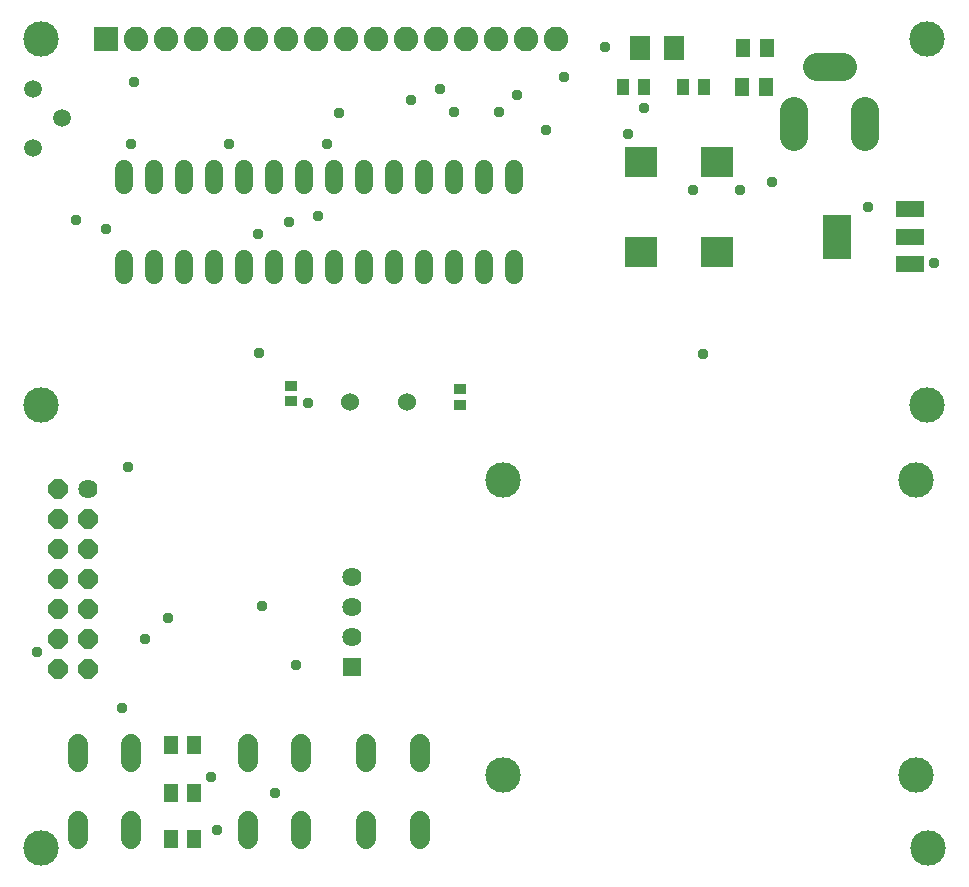
<source format=gbr>
G04 EAGLE Gerber RS-274X export*
G75*
%MOMM*%
%FSLAX34Y34*%
%LPD*%
%INSoldermask Top*%
%IPPOS*%
%AMOC8*
5,1,8,0,0,1.08239X$1,22.5*%
G01*
%ADD10C,3.003200*%
%ADD11R,2.803200X2.603200*%
%ADD12R,1.003200X1.403200*%
%ADD13C,1.524000*%
%ADD14R,2.082800X2.082800*%
%ADD15C,2.082800*%
%ADD16R,1.803200X2.006200*%
%ADD17C,1.524000*%
%ADD18R,1.303200X1.603200*%
%ADD19C,1.727200*%
%ADD20R,2.438400X1.422400*%
%ADD21R,2.403200X3.803200*%
%ADD22C,1.511200*%
%ADD23C,1.625600*%
%ADD24P,1.759533X8X292.500000*%
%ADD25R,1.103200X0.903200*%
%ADD26C,2.387600*%
%ADD27R,1.625600X1.625600*%
%ADD28C,0.959600*%


D10*
X222000Y92000D03*
X973000Y92000D03*
D11*
X730000Y673100D03*
X794000Y673100D03*
D12*
X732900Y736600D03*
X714900Y736600D03*
X765700Y736600D03*
X783700Y736600D03*
D11*
X794000Y596900D03*
X730000Y596900D03*
D13*
X292100Y590804D02*
X292100Y577596D01*
X317500Y577596D02*
X317500Y590804D01*
X342900Y590804D02*
X342900Y577596D01*
X368300Y577596D02*
X368300Y590804D01*
X393700Y590804D02*
X393700Y577596D01*
X419100Y577596D02*
X419100Y590804D01*
X444500Y590804D02*
X444500Y577596D01*
X469900Y577596D02*
X469900Y590804D01*
X495300Y590804D02*
X495300Y577596D01*
X520700Y577596D02*
X520700Y590804D01*
X546100Y590804D02*
X546100Y577596D01*
X571500Y577596D02*
X571500Y590804D01*
X596900Y590804D02*
X596900Y577596D01*
X622300Y577596D02*
X622300Y590804D01*
X622300Y653796D02*
X622300Y667004D01*
X596900Y667004D02*
X596900Y653796D01*
X571500Y653796D02*
X571500Y667004D01*
X546100Y667004D02*
X546100Y653796D01*
X520700Y653796D02*
X520700Y667004D01*
X495300Y667004D02*
X495300Y653796D01*
X469900Y653796D02*
X469900Y667004D01*
X444500Y667004D02*
X444500Y653796D01*
X419100Y653796D02*
X419100Y667004D01*
X393700Y667004D02*
X393700Y653796D01*
X368300Y653796D02*
X368300Y667004D01*
X342900Y667004D02*
X342900Y653796D01*
X317500Y653796D02*
X317500Y667004D01*
X292100Y667004D02*
X292100Y653796D01*
D14*
X276900Y777300D03*
D15*
X302300Y777300D03*
X327700Y777300D03*
X353100Y777300D03*
X378500Y777300D03*
X403900Y777300D03*
X429300Y777300D03*
X454700Y777300D03*
X480100Y777300D03*
X505500Y777300D03*
X530900Y777300D03*
X556300Y777300D03*
X581700Y777300D03*
X607100Y777300D03*
X632500Y777300D03*
X657900Y777300D03*
D10*
X221900Y777300D03*
X221900Y467300D03*
X971900Y777300D03*
X971900Y467300D03*
D16*
X757620Y769300D03*
X729180Y769300D03*
D17*
X532130Y469900D03*
X483870Y469900D03*
D18*
X815500Y736600D03*
X835500Y736600D03*
X816500Y769300D03*
X836500Y769300D03*
X352000Y179000D03*
X332000Y179000D03*
X352000Y100000D03*
X332000Y100000D03*
X352000Y139000D03*
X332000Y139000D03*
D19*
X397394Y115108D02*
X397394Y99868D01*
X442606Y99868D02*
X442606Y115108D01*
X397394Y164892D02*
X397394Y180132D01*
X442606Y180132D02*
X442606Y164892D01*
X542606Y164892D02*
X542606Y180132D01*
X497394Y180132D02*
X497394Y164892D01*
X542606Y115108D02*
X542606Y99868D01*
X497394Y99868D02*
X497394Y115108D01*
X298606Y164892D02*
X298606Y180132D01*
X253394Y180132D02*
X253394Y164892D01*
X298606Y115108D02*
X298606Y99868D01*
X253394Y99868D02*
X253394Y115108D01*
D20*
X958088Y586486D03*
X958088Y609600D03*
X958088Y632714D03*
D21*
X896110Y609600D03*
D22*
X215000Y735000D03*
X215000Y685000D03*
X240000Y710000D03*
D23*
X261700Y396200D03*
D24*
X236300Y396200D03*
X261700Y370800D03*
X236300Y370800D03*
X261700Y345400D03*
X236300Y345400D03*
X261700Y320000D03*
X236300Y320000D03*
X261700Y294600D03*
X236300Y294600D03*
X261700Y269200D03*
X236300Y269200D03*
X261700Y243800D03*
X236300Y243800D03*
D25*
X434000Y483500D03*
X434000Y470500D03*
X577000Y480500D03*
X577000Y467500D03*
D26*
X879078Y753000D02*
X900922Y753000D01*
X920000Y715922D02*
X920000Y694078D01*
X860000Y694078D02*
X860000Y715922D01*
D23*
X485100Y270900D03*
X485100Y296300D03*
X485100Y321700D03*
D10*
X963000Y154000D03*
X963000Y404000D03*
X613000Y404000D03*
X613000Y154000D03*
D27*
X485100Y245500D03*
D28*
X732900Y718900D03*
X922100Y635000D03*
X700000Y770000D03*
X438000Y247000D03*
X310000Y269000D03*
X978000Y587000D03*
X774000Y649000D03*
X814000Y649000D03*
X782500Y510000D03*
X330000Y287000D03*
X650000Y700000D03*
X535000Y725000D03*
X625000Y730000D03*
X560000Y735000D03*
X571500Y715000D03*
X610000Y715000D03*
X474000Y714000D03*
X277000Y616500D03*
X457000Y627000D03*
X252000Y623500D03*
X464000Y688000D03*
X381000Y688000D03*
X298000Y688000D03*
X665000Y745000D03*
X301000Y741000D03*
X719000Y697000D03*
X432000Y622000D03*
X409000Y297000D03*
X841000Y656000D03*
X448000Y469000D03*
X296000Y415000D03*
X219000Y258000D03*
X291000Y211000D03*
X366000Y152000D03*
X407000Y511000D03*
X406000Y612000D03*
X420000Y139000D03*
X371000Y107000D03*
M02*

</source>
